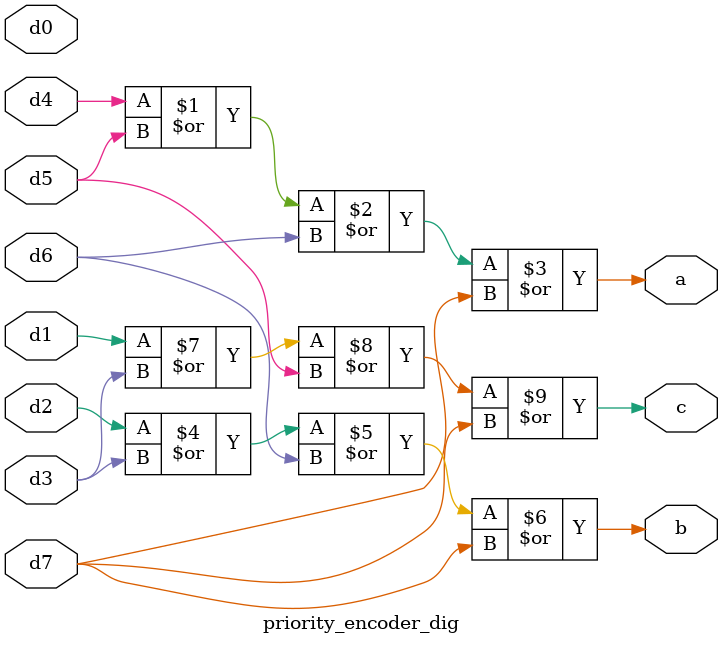
<source format=v>
module priority_encoder_dig(
    input d0, input d1, input d2, input d3, input d4, input d5, input d6, input d7,
    output a, output b, output c
    );
    assign a = (d4|d5|d6|d7);
    assign b = (d2|d3|d6|d7);
    assign c = (d1|d3|d5|d7);
endmodule

</source>
